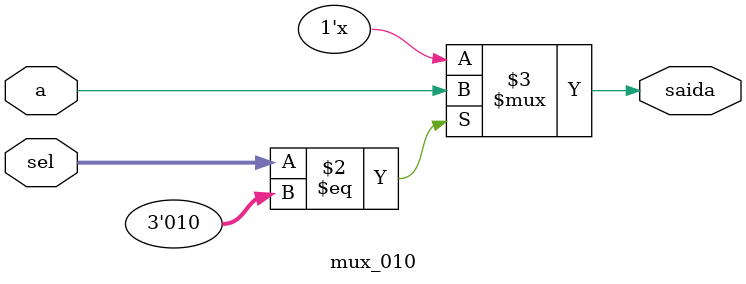
<source format=v>
module mux_010 (a, sel, saida);
	input a;
	input [2:0] sel;
	output reg saida;
	
	always @ (sel)
		if(sel == 3'b010)
			saida <= a;
endmodule
</source>
